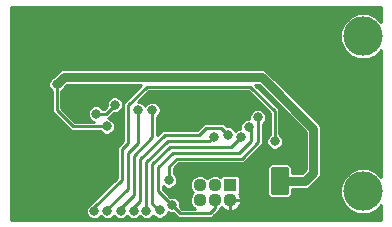
<source format=gbl>
G75*
G70*
%OFA0B0*%
%FSLAX24Y24*%
%IPPOS*%
%LPD*%
%AMOC8*
5,1,8,0,0,1.08239X$1,22.5*
%
%ADD10C,0.1310*%
%ADD11C,0.0440*%
%ADD12R,0.0440X0.0440*%
%ADD13C,0.0330*%
%ADD14C,0.0100*%
%ADD15C,0.0160*%
%ADD16C,0.0300*%
D10*
X013090Y002315D03*
X013090Y007485D03*
D11*
X008150Y002520D03*
X007650Y002520D03*
X007650Y002020D03*
X008150Y002020D03*
X008650Y002020D03*
D12*
X008650Y002520D03*
D13*
X008490Y003020D03*
X007025Y003075D03*
X006615Y002675D03*
X006720Y001850D03*
X006315Y001675D03*
X005865Y001650D03*
X005440Y001650D03*
X005015Y001650D03*
X004565Y001650D03*
X004130Y001645D03*
X003430Y003320D03*
X003880Y004070D03*
X004540Y004470D03*
X004190Y004900D03*
X004815Y005200D03*
X005575Y005025D03*
X006065Y005025D03*
X006855Y004510D03*
X008120Y004120D03*
X008595Y004195D03*
X009025Y004125D03*
X009275Y004450D03*
X009575Y004775D03*
X010850Y004350D03*
X010140Y003975D03*
X010300Y002900D03*
X010300Y002400D03*
X006935Y006540D03*
X006050Y007515D03*
X005475Y007515D03*
X004620Y007750D03*
X004220Y007850D03*
X007350Y008150D03*
X009755Y006710D03*
X002875Y005875D03*
D14*
X001350Y008450D02*
X001350Y001350D01*
X013700Y001350D01*
X013700Y001843D01*
X013523Y001666D01*
X013242Y001550D01*
X012938Y001550D01*
X012657Y001666D01*
X012441Y001882D01*
X012325Y002163D01*
X012325Y002467D01*
X012441Y002748D01*
X012657Y002964D01*
X012938Y003080D01*
X013242Y003080D01*
X013523Y002964D01*
X013700Y002787D01*
X013700Y007013D01*
X013523Y006836D01*
X013242Y006720D01*
X012938Y006720D01*
X012657Y006836D01*
X012441Y007052D01*
X012325Y007333D01*
X012325Y007637D01*
X012441Y007918D01*
X012657Y008134D01*
X012938Y008250D01*
X013242Y008250D01*
X013523Y008134D01*
X013700Y007957D01*
X013700Y008450D01*
X001350Y008450D01*
X001350Y008439D02*
X013700Y008439D01*
X013700Y008341D02*
X001350Y008341D01*
X001350Y008242D02*
X012919Y008242D01*
X012681Y008144D02*
X001350Y008144D01*
X001350Y008045D02*
X012568Y008045D01*
X012470Y007947D02*
X001350Y007947D01*
X001350Y007848D02*
X012412Y007848D01*
X012372Y007750D02*
X001350Y007750D01*
X001350Y007651D02*
X012331Y007651D01*
X012325Y007553D02*
X001350Y007553D01*
X001350Y007454D02*
X012325Y007454D01*
X012325Y007356D02*
X001350Y007356D01*
X001350Y007257D02*
X012356Y007257D01*
X012397Y007159D02*
X001350Y007159D01*
X001350Y007060D02*
X012438Y007060D01*
X012532Y006962D02*
X001350Y006962D01*
X001350Y006863D02*
X012630Y006863D01*
X012830Y006765D02*
X001350Y006765D01*
X001350Y006666D02*
X013700Y006666D01*
X013700Y006568D02*
X001350Y006568D01*
X001350Y006469D02*
X013700Y006469D01*
X013700Y006371D02*
X009767Y006371D01*
X009765Y006371D02*
X003060Y006371D01*
X002964Y006332D01*
X002755Y006123D01*
X002719Y006108D01*
X002642Y006031D01*
X002600Y005930D01*
X002600Y005820D01*
X002642Y005719D01*
X002715Y005646D01*
X002715Y004959D01*
X002809Y004865D01*
X003270Y004404D01*
X003364Y004310D01*
X004311Y004310D01*
X004384Y004237D01*
X004485Y004195D01*
X004595Y004195D01*
X004696Y004237D01*
X004773Y004314D01*
X004815Y004415D01*
X004815Y004525D01*
X004773Y004626D01*
X004696Y004703D01*
X004597Y004744D01*
X004639Y004788D01*
X004685Y004834D01*
X004685Y004835D01*
X004772Y004925D01*
X004870Y004925D01*
X004971Y004967D01*
X005048Y005044D01*
X005090Y005145D01*
X005090Y005255D01*
X005048Y005356D01*
X004971Y005433D01*
X004870Y005475D01*
X004760Y005475D01*
X004659Y005433D01*
X004582Y005356D01*
X004540Y005255D01*
X004540Y005146D01*
X004457Y005060D01*
X004419Y005060D01*
X004346Y005133D01*
X004245Y005175D01*
X004135Y005175D01*
X004034Y005133D01*
X003957Y005056D01*
X003915Y004955D01*
X003915Y004845D01*
X003957Y004744D01*
X004034Y004667D01*
X004123Y004630D01*
X003496Y004630D01*
X003035Y005091D01*
X003035Y005646D01*
X003108Y005719D01*
X003123Y005755D01*
X003219Y005851D01*
X005700Y005851D01*
X005090Y005241D01*
X005090Y003981D01*
X004890Y003781D01*
X004890Y002756D01*
X004038Y001905D01*
X003974Y001878D01*
X003897Y001801D01*
X003855Y001700D01*
X003855Y001590D01*
X003897Y001489D01*
X003974Y001412D01*
X004075Y001370D01*
X004185Y001370D01*
X004286Y001412D01*
X004350Y001476D01*
X004409Y001417D01*
X004510Y001375D01*
X004620Y001375D01*
X004721Y001417D01*
X004790Y001486D01*
X004859Y001417D01*
X004960Y001375D01*
X005070Y001375D01*
X005171Y001417D01*
X005227Y001474D01*
X005284Y001417D01*
X005385Y001375D01*
X005495Y001375D01*
X005596Y001417D01*
X005652Y001474D01*
X005709Y001417D01*
X005810Y001375D01*
X005920Y001375D01*
X006021Y001417D01*
X006098Y001494D01*
X006101Y001500D01*
X006159Y001442D01*
X006260Y001400D01*
X006370Y001400D01*
X006471Y001442D01*
X006548Y001519D01*
X006585Y001608D01*
X006665Y001575D01*
X006769Y001575D01*
X006835Y001509D01*
X006929Y001415D01*
X008039Y001415D01*
X008133Y001509D01*
X008216Y001592D01*
X008310Y001686D01*
X008310Y001729D01*
X008337Y001740D01*
X008372Y001775D01*
X008414Y001733D01*
X008475Y001692D01*
X008542Y001664D01*
X008614Y001650D01*
X008650Y001650D01*
X008686Y001650D01*
X008758Y001664D01*
X008825Y001692D01*
X008886Y001733D01*
X008937Y001784D01*
X008978Y001845D01*
X009006Y001912D01*
X009020Y001984D01*
X009020Y002020D01*
X009020Y002056D01*
X009006Y002128D01*
X008978Y002195D01*
X008955Y002229D01*
X008980Y002254D01*
X008980Y002786D01*
X008916Y002850D01*
X008384Y002850D01*
X008335Y002801D01*
X008216Y002850D01*
X008084Y002850D01*
X007963Y002800D01*
X007900Y002737D01*
X007837Y002800D01*
X007716Y002850D01*
X007584Y002850D01*
X007463Y002800D01*
X007370Y002707D01*
X007320Y002586D01*
X007320Y002454D01*
X007370Y002333D01*
X007433Y002270D01*
X007370Y002207D01*
X007320Y002086D01*
X007320Y001954D01*
X007370Y001833D01*
X007463Y001740D01*
X007476Y001735D01*
X007061Y001735D01*
X006995Y001801D01*
X006995Y001905D01*
X006953Y002006D01*
X006876Y002083D01*
X006775Y002125D01*
X006671Y002125D01*
X006420Y002376D01*
X006420Y002481D01*
X006459Y002442D01*
X006560Y002400D01*
X006670Y002400D01*
X006771Y002442D01*
X006848Y002519D01*
X006890Y002620D01*
X006890Y002730D01*
X006848Y002831D01*
X006775Y002904D01*
X006775Y003074D01*
X006941Y003240D01*
X009116Y003240D01*
X009654Y003777D01*
X009747Y003871D01*
X009747Y004558D01*
X009808Y004619D01*
X009850Y004720D01*
X009850Y004830D01*
X009808Y004931D01*
X009731Y005008D01*
X009630Y005050D01*
X009520Y005050D01*
X009419Y005008D01*
X009342Y004931D01*
X009300Y004830D01*
X009300Y004725D01*
X009220Y004725D01*
X009119Y004683D01*
X009042Y004606D01*
X009000Y004505D01*
X009000Y004400D01*
X008970Y004400D01*
X008869Y004358D01*
X008838Y004327D01*
X008828Y004351D01*
X008751Y004428D01*
X008650Y004470D01*
X008546Y004470D01*
X008434Y004583D01*
X007781Y004583D01*
X007688Y004489D01*
X007559Y004360D01*
X006414Y004360D01*
X006225Y004171D01*
X006225Y004796D01*
X006298Y004869D01*
X006340Y004970D01*
X006340Y005080D01*
X006298Y005181D01*
X006221Y005258D01*
X006120Y005300D01*
X006010Y005300D01*
X005909Y005258D01*
X005832Y005181D01*
X005820Y005152D01*
X005808Y005181D01*
X005731Y005258D01*
X005630Y005300D01*
X005601Y005300D01*
X005941Y005640D01*
X009259Y005640D01*
X009980Y004919D01*
X009980Y004204D01*
X009907Y004131D01*
X009865Y004030D01*
X009865Y003920D01*
X009907Y003819D01*
X009984Y003742D01*
X010085Y003700D01*
X010195Y003700D01*
X010296Y003742D01*
X010373Y003819D01*
X010415Y003920D01*
X010415Y004030D01*
X010373Y004131D01*
X010300Y004204D01*
X010300Y005051D01*
X010206Y005145D01*
X009500Y005851D01*
X009606Y005851D01*
X011175Y004282D01*
X011175Y003043D01*
X011042Y002910D01*
X010715Y002910D01*
X010715Y003129D01*
X010604Y003240D01*
X010006Y003240D01*
X009895Y003129D01*
X009895Y002196D01*
X010006Y002085D01*
X010604Y002085D01*
X010715Y002196D01*
X010715Y002390D01*
X011202Y002390D01*
X011297Y002430D01*
X011582Y002714D01*
X011655Y002788D01*
X011695Y002883D01*
X011695Y004442D01*
X011655Y004537D01*
X009934Y006259D01*
X009861Y006332D01*
X009765Y006371D01*
X009921Y006272D02*
X013700Y006272D01*
X013700Y006174D02*
X010019Y006174D01*
X010118Y006075D02*
X013700Y006075D01*
X013700Y005977D02*
X010216Y005977D01*
X010315Y005878D02*
X013700Y005878D01*
X013700Y005780D02*
X010413Y005780D01*
X010512Y005681D02*
X013700Y005681D01*
X013700Y005583D02*
X010610Y005583D01*
X010709Y005484D02*
X013700Y005484D01*
X013700Y005386D02*
X010807Y005386D01*
X010906Y005287D02*
X013700Y005287D01*
X013700Y005189D02*
X011004Y005189D01*
X011103Y005090D02*
X013700Y005090D01*
X013700Y004992D02*
X011201Y004992D01*
X011300Y004893D02*
X013700Y004893D01*
X013700Y004795D02*
X011398Y004795D01*
X011497Y004696D02*
X013700Y004696D01*
X013700Y004598D02*
X011595Y004598D01*
X011671Y004499D02*
X013700Y004499D01*
X013700Y004401D02*
X011695Y004401D01*
X011695Y004302D02*
X013700Y004302D01*
X013700Y004204D02*
X011695Y004204D01*
X011695Y004105D02*
X013700Y004105D01*
X013700Y004007D02*
X011695Y004007D01*
X011695Y003908D02*
X013700Y003908D01*
X013700Y003810D02*
X011695Y003810D01*
X011695Y003711D02*
X013700Y003711D01*
X013700Y003613D02*
X011695Y003613D01*
X011695Y003514D02*
X013700Y003514D01*
X013700Y003416D02*
X011695Y003416D01*
X011695Y003317D02*
X013700Y003317D01*
X013700Y003219D02*
X011695Y003219D01*
X011695Y003120D02*
X013700Y003120D01*
X013700Y003022D02*
X013383Y003022D01*
X013564Y002923D02*
X013700Y002923D01*
X013700Y002825D02*
X013662Y002825D01*
X012797Y003022D02*
X011695Y003022D01*
X011695Y002923D02*
X012616Y002923D01*
X012518Y002825D02*
X011671Y002825D01*
X011594Y002726D02*
X012432Y002726D01*
X012391Y002628D02*
X011495Y002628D01*
X011397Y002529D02*
X012351Y002529D01*
X012325Y002431D02*
X011298Y002431D01*
X010715Y002332D02*
X012325Y002332D01*
X012325Y002234D02*
X010715Y002234D01*
X010654Y002135D02*
X012337Y002135D01*
X012377Y002037D02*
X009020Y002037D01*
X009020Y002020D02*
X008650Y002020D01*
X008650Y002020D01*
X009020Y002020D01*
X009011Y001938D02*
X012418Y001938D01*
X012484Y001840D02*
X008974Y001840D01*
X008894Y001741D02*
X012582Y001741D01*
X012715Y001643D02*
X008267Y001643D01*
X008338Y001741D02*
X008406Y001741D01*
X008150Y001752D02*
X008150Y002020D01*
X008150Y001752D02*
X007973Y001575D01*
X006995Y001575D01*
X006720Y001850D01*
X006260Y002310D01*
X006260Y003120D01*
X006740Y003600D01*
X008950Y003600D01*
X009350Y004000D01*
X009350Y004375D01*
X009275Y004450D01*
X009038Y004598D02*
X006225Y004598D01*
X006225Y004696D02*
X009150Y004696D01*
X009300Y004795D02*
X006225Y004795D01*
X006308Y004893D02*
X009326Y004893D01*
X009403Y004992D02*
X006340Y004992D01*
X006336Y005090D02*
X009809Y005090D01*
X009747Y004992D02*
X009907Y004992D01*
X009980Y004893D02*
X009824Y004893D01*
X009850Y004795D02*
X009980Y004795D01*
X009980Y004696D02*
X009840Y004696D01*
X009786Y004598D02*
X009980Y004598D01*
X009980Y004499D02*
X009747Y004499D01*
X009747Y004401D02*
X009980Y004401D01*
X009980Y004302D02*
X009747Y004302D01*
X009747Y004204D02*
X009980Y004204D01*
X009896Y004105D02*
X009747Y004105D01*
X009747Y004007D02*
X009865Y004007D01*
X009870Y003908D02*
X009747Y003908D01*
X009686Y003810D02*
X009917Y003810D01*
X010059Y003711D02*
X009587Y003711D01*
X009489Y003613D02*
X011175Y003613D01*
X011175Y003711D02*
X010221Y003711D01*
X010363Y003810D02*
X011175Y003810D01*
X011175Y003908D02*
X010410Y003908D01*
X010415Y004007D02*
X011175Y004007D01*
X011175Y004105D02*
X010384Y004105D01*
X010300Y004204D02*
X011175Y004204D01*
X011155Y004302D02*
X010300Y004302D01*
X010300Y004401D02*
X011057Y004401D01*
X010958Y004499D02*
X010300Y004499D01*
X010300Y004598D02*
X010860Y004598D01*
X010761Y004696D02*
X010300Y004696D01*
X010300Y004795D02*
X010663Y004795D01*
X010564Y004893D02*
X010300Y004893D01*
X010300Y004992D02*
X010466Y004992D01*
X010367Y005090D02*
X010261Y005090D01*
X010269Y005189D02*
X010163Y005189D01*
X010170Y005287D02*
X010064Y005287D01*
X010072Y005386D02*
X009966Y005386D01*
X009973Y005484D02*
X009867Y005484D01*
X009875Y005583D02*
X009769Y005583D01*
X009776Y005681D02*
X009670Y005681D01*
X009678Y005780D02*
X009572Y005780D01*
X009325Y005800D02*
X010140Y004985D01*
X010140Y003975D01*
X009587Y003937D02*
X009587Y004763D01*
X009575Y004775D01*
X009000Y004499D02*
X008517Y004499D01*
X008367Y004423D02*
X008595Y004195D01*
X008778Y004401D02*
X009000Y004401D01*
X009025Y004125D02*
X008700Y003800D01*
X006660Y003800D01*
X006069Y003209D01*
X006069Y001881D01*
X006315Y001675D01*
X006558Y001544D02*
X006800Y001544D01*
X006898Y001446D02*
X006474Y001446D01*
X006156Y001446D02*
X006049Y001446D01*
X005865Y001650D02*
X005870Y001695D01*
X005870Y003290D01*
X006580Y004000D01*
X007950Y004000D01*
X008120Y004120D01*
X008367Y004423D02*
X007848Y004423D01*
X007625Y004200D01*
X006480Y004200D01*
X005650Y003370D01*
X005650Y002000D01*
X005440Y001790D01*
X005440Y001650D01*
X005624Y001446D02*
X005681Y001446D01*
X005256Y001446D02*
X005199Y001446D01*
X005015Y001650D02*
X004975Y001710D01*
X005450Y002185D01*
X005450Y003500D01*
X006065Y004115D01*
X006065Y005025D01*
X006290Y005189D02*
X009710Y005189D01*
X009612Y005287D02*
X006151Y005287D01*
X005979Y005287D02*
X005661Y005287D01*
X005687Y005386D02*
X009513Y005386D01*
X009415Y005484D02*
X005785Y005484D01*
X005884Y005583D02*
X009316Y005583D01*
X009325Y005800D02*
X005875Y005800D01*
X005250Y005175D01*
X005250Y003915D01*
X005050Y003715D01*
X005050Y002690D01*
X004130Y001770D01*
X004130Y001645D01*
X003855Y001643D02*
X001350Y001643D01*
X001350Y001741D02*
X003872Y001741D01*
X003936Y001840D02*
X001350Y001840D01*
X001350Y001938D02*
X004072Y001938D01*
X004170Y002037D02*
X001350Y002037D01*
X001350Y002135D02*
X004269Y002135D01*
X004367Y002234D02*
X001350Y002234D01*
X001350Y002332D02*
X004466Y002332D01*
X004564Y002431D02*
X001350Y002431D01*
X001350Y002529D02*
X004663Y002529D01*
X004761Y002628D02*
X001350Y002628D01*
X001350Y002726D02*
X004860Y002726D01*
X004890Y002825D02*
X001350Y002825D01*
X001350Y002923D02*
X004890Y002923D01*
X004890Y003022D02*
X001350Y003022D01*
X001350Y003120D02*
X004890Y003120D01*
X004890Y003219D02*
X001350Y003219D01*
X001350Y003317D02*
X004890Y003317D01*
X004890Y003416D02*
X001350Y003416D01*
X001350Y003514D02*
X004890Y003514D01*
X004890Y003613D02*
X001350Y003613D01*
X001350Y003711D02*
X004890Y003711D01*
X004918Y003810D02*
X001350Y003810D01*
X001350Y003908D02*
X005017Y003908D01*
X005090Y004007D02*
X001350Y004007D01*
X001350Y004105D02*
X005090Y004105D01*
X005090Y004204D02*
X004615Y004204D01*
X004465Y004204D02*
X001350Y004204D01*
X001350Y004302D02*
X004319Y004302D01*
X004540Y004470D02*
X003430Y004470D01*
X002875Y005025D01*
X002875Y005875D01*
X002600Y005878D02*
X001350Y005878D01*
X001350Y005780D02*
X002617Y005780D01*
X002680Y005681D02*
X001350Y005681D01*
X001350Y005583D02*
X002715Y005583D01*
X002715Y005484D02*
X001350Y005484D01*
X001350Y005386D02*
X002715Y005386D01*
X002715Y005287D02*
X001350Y005287D01*
X001350Y005189D02*
X002715Y005189D01*
X002715Y005090D02*
X001350Y005090D01*
X001350Y004992D02*
X002715Y004992D01*
X002781Y004893D02*
X001350Y004893D01*
X001350Y004795D02*
X002879Y004795D01*
X002978Y004696D02*
X001350Y004696D01*
X001350Y004598D02*
X003076Y004598D01*
X003175Y004499D02*
X001350Y004499D01*
X001350Y004401D02*
X003273Y004401D01*
X003430Y004696D02*
X004005Y004696D01*
X003936Y004795D02*
X003332Y004795D01*
X003233Y004893D02*
X003915Y004893D01*
X003930Y004992D02*
X003135Y004992D01*
X003036Y005090D02*
X003991Y005090D01*
X004190Y004900D02*
X004525Y004900D01*
X004815Y005200D01*
X004540Y005189D02*
X003035Y005189D01*
X003035Y005287D02*
X004553Y005287D01*
X004612Y005386D02*
X003035Y005386D01*
X003035Y005484D02*
X005333Y005484D01*
X005431Y005583D02*
X003035Y005583D01*
X003070Y005681D02*
X005530Y005681D01*
X005628Y005780D02*
X003147Y005780D01*
X002686Y006075D02*
X001350Y006075D01*
X001350Y005977D02*
X002619Y005977D01*
X002806Y006174D02*
X001350Y006174D01*
X001350Y006272D02*
X002904Y006272D01*
X003058Y006371D02*
X001350Y006371D01*
X004389Y005090D02*
X004486Y005090D01*
X004741Y004893D02*
X005090Y004893D01*
X005090Y004795D02*
X004646Y004795D01*
X004703Y004696D02*
X005090Y004696D01*
X005090Y004598D02*
X004785Y004598D01*
X004815Y004499D02*
X005090Y004499D01*
X005090Y004401D02*
X004809Y004401D01*
X004761Y004302D02*
X005090Y004302D01*
X005575Y003925D02*
X005575Y005025D01*
X005800Y005189D02*
X005840Y005189D01*
X005234Y005386D02*
X005018Y005386D01*
X005077Y005287D02*
X005136Y005287D01*
X005090Y005189D02*
X005090Y005189D01*
X005090Y005090D02*
X005067Y005090D01*
X005090Y004992D02*
X004995Y004992D01*
X006225Y004499D02*
X007698Y004499D01*
X007599Y004401D02*
X006225Y004401D01*
X006225Y004302D02*
X006356Y004302D01*
X006258Y004204D02*
X006225Y004204D01*
X005575Y003925D02*
X005250Y003600D01*
X005250Y002400D01*
X004570Y001720D01*
X004565Y001650D01*
X004749Y001446D02*
X004831Y001446D01*
X004381Y001446D02*
X004319Y001446D01*
X003941Y001446D02*
X001350Y001446D01*
X001350Y001544D02*
X003874Y001544D01*
X006420Y002431D02*
X006487Y002431D01*
X006464Y002332D02*
X007371Y002332D01*
X007397Y002234D02*
X006563Y002234D01*
X006661Y002135D02*
X007340Y002135D01*
X007320Y002037D02*
X006922Y002037D01*
X006981Y001938D02*
X007327Y001938D01*
X007368Y001840D02*
X006995Y001840D01*
X007055Y001741D02*
X007462Y001741D01*
X008070Y001446D02*
X013700Y001446D01*
X013700Y001544D02*
X008168Y001544D01*
X008133Y001509D02*
X008133Y001509D01*
X008650Y001650D02*
X008650Y002020D01*
X008650Y001650D01*
X008650Y001741D02*
X008650Y001741D01*
X008650Y001840D02*
X008650Y001840D01*
X008650Y001938D02*
X008650Y001938D01*
X008650Y002020D02*
X008650Y002020D01*
X009003Y002135D02*
X009956Y002135D01*
X009895Y002234D02*
X008959Y002234D01*
X008980Y002332D02*
X009895Y002332D01*
X009895Y002431D02*
X008980Y002431D01*
X008980Y002529D02*
X009895Y002529D01*
X009895Y002628D02*
X008980Y002628D01*
X008980Y002726D02*
X009895Y002726D01*
X009895Y002825D02*
X008941Y002825D01*
X008359Y002825D02*
X008277Y002825D01*
X008023Y002825D02*
X007777Y002825D01*
X007523Y002825D02*
X006851Y002825D01*
X006890Y002726D02*
X007389Y002726D01*
X007337Y002628D02*
X006890Y002628D01*
X006852Y002529D02*
X007320Y002529D01*
X007330Y002431D02*
X006743Y002431D01*
X006615Y002675D02*
X006615Y003140D01*
X006875Y003400D01*
X009050Y003400D01*
X009587Y003937D01*
X009390Y003514D02*
X011175Y003514D01*
X011175Y003416D02*
X009292Y003416D01*
X009193Y003317D02*
X011175Y003317D01*
X011175Y003219D02*
X010625Y003219D01*
X010715Y003120D02*
X011175Y003120D01*
X011154Y003022D02*
X010715Y003022D01*
X010715Y002923D02*
X011055Y002923D01*
X009985Y003219D02*
X006920Y003219D01*
X006821Y003120D02*
X009895Y003120D01*
X009895Y003022D02*
X006775Y003022D01*
X006775Y002923D02*
X009895Y002923D01*
X013465Y001643D02*
X013700Y001643D01*
X013700Y001741D02*
X013598Y001741D01*
X013696Y001840D02*
X013700Y001840D01*
X013700Y006765D02*
X013350Y006765D01*
X013550Y006863D02*
X013700Y006863D01*
X013700Y006962D02*
X013648Y006962D01*
X013612Y008045D02*
X013700Y008045D01*
X013700Y008144D02*
X013499Y008144D01*
X013700Y008242D02*
X013261Y008242D01*
D15*
X010525Y003050D02*
X010085Y003050D01*
X010085Y002275D01*
X010525Y002275D01*
X010525Y003050D01*
X010525Y002894D02*
X010085Y002894D01*
X010085Y002735D02*
X010525Y002735D01*
X010525Y002577D02*
X010085Y002577D01*
X010085Y002418D02*
X010525Y002418D01*
D16*
X010300Y002650D02*
X010300Y002900D01*
X010300Y002650D02*
X011150Y002650D01*
X011435Y002935D01*
X011435Y004390D01*
X009714Y006111D01*
X003111Y006111D01*
X002875Y005875D01*
M02*

</source>
